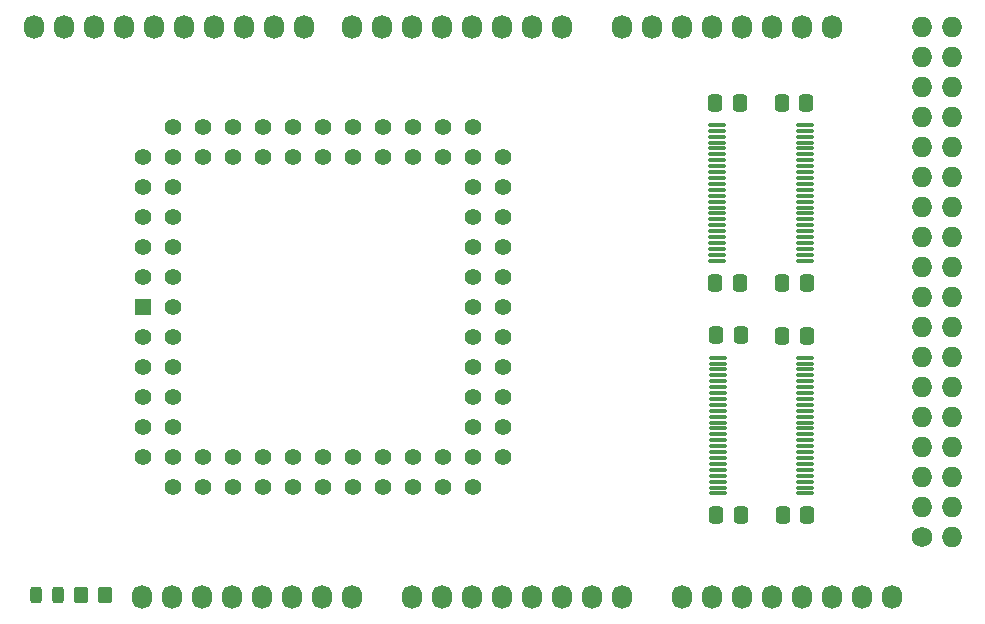
<source format=gts>
%TF.GenerationSoftware,KiCad,Pcbnew,6.0.9*%
%TF.CreationDate,2022-12-08T19:51:45-08:00*%
%TF.ProjectId,i960SxProcessorMegaShieldFormFactor,69393630-5378-4507-926f-636573736f72,rev?*%
%TF.SameCoordinates,Original*%
%TF.FileFunction,Soldermask,Top*%
%TF.FilePolarity,Negative*%
%FSLAX46Y46*%
G04 Gerber Fmt 4.6, Leading zero omitted, Abs format (unit mm)*
G04 Created by KiCad (PCBNEW 6.0.9) date 2022-12-08 19:51:45*
%MOMM*%
%LPD*%
G01*
G04 APERTURE LIST*
G04 Aperture macros list*
%AMRoundRect*
0 Rectangle with rounded corners*
0 $1 Rounding radius*
0 $2 $3 $4 $5 $6 $7 $8 $9 X,Y pos of 4 corners*
0 Add a 4 corners polygon primitive as box body*
4,1,4,$2,$3,$4,$5,$6,$7,$8,$9,$2,$3,0*
0 Add four circle primitives for the rounded corners*
1,1,$1+$1,$2,$3*
1,1,$1+$1,$4,$5*
1,1,$1+$1,$6,$7*
1,1,$1+$1,$8,$9*
0 Add four rect primitives between the rounded corners*
20,1,$1+$1,$2,$3,$4,$5,0*
20,1,$1+$1,$4,$5,$6,$7,0*
20,1,$1+$1,$6,$7,$8,$9,0*
20,1,$1+$1,$8,$9,$2,$3,0*%
G04 Aperture macros list end*
%ADD10C,1.727200*%
%ADD11O,1.727200X1.727200*%
%ADD12O,1.727200X2.032000*%
%ADD13RoundRect,0.243750X-0.243750X-0.456250X0.243750X-0.456250X0.243750X0.456250X-0.243750X0.456250X0*%
%ADD14RoundRect,0.250000X-0.350000X-0.450000X0.350000X-0.450000X0.350000X0.450000X-0.350000X0.450000X0*%
%ADD15RoundRect,0.250000X0.337500X0.475000X-0.337500X0.475000X-0.337500X-0.475000X0.337500X-0.475000X0*%
%ADD16R,1.422400X1.422400*%
%ADD17C,1.422400*%
%ADD18RoundRect,0.250000X-0.337500X-0.475000X0.337500X-0.475000X0.337500X0.475000X-0.337500X0.475000X0*%
%ADD19RoundRect,0.075000X0.662500X0.075000X-0.662500X0.075000X-0.662500X-0.075000X0.662500X-0.075000X0*%
G04 APERTURE END LIST*
D10*
X197358000Y-114046000D03*
D11*
X199898000Y-114046000D03*
X197358000Y-111506000D03*
X199898000Y-111506000D03*
X197358000Y-108966000D03*
X199898000Y-108966000D03*
X197358000Y-106426000D03*
X199898000Y-106426000D03*
X197358000Y-103886000D03*
X199898000Y-103886000D03*
X197358000Y-101346000D03*
X199898000Y-101346000D03*
X197358000Y-98806000D03*
X199898000Y-98806000D03*
X197358000Y-96266000D03*
X199898000Y-96266000D03*
X197358000Y-93726000D03*
X199898000Y-93726000D03*
X197358000Y-91186000D03*
X199898000Y-91186000D03*
X197358000Y-88646000D03*
X199898000Y-88646000D03*
X197358000Y-86106000D03*
X199898000Y-86106000D03*
X197358000Y-83566000D03*
X199898000Y-83566000D03*
X197358000Y-81026000D03*
X199898000Y-81026000D03*
X197358000Y-78486000D03*
X199898000Y-78486000D03*
X197358000Y-75946000D03*
X199898000Y-75946000D03*
X197358000Y-73406000D03*
X199898000Y-73406000D03*
X197358000Y-70866000D03*
X199898000Y-70866000D03*
D12*
X131318000Y-119126000D03*
X133858000Y-119126000D03*
X136398000Y-119126000D03*
X138938000Y-119126000D03*
X141478000Y-119126000D03*
X144018000Y-119126000D03*
X146558000Y-119126000D03*
X149098000Y-119126000D03*
X154178000Y-119126000D03*
X156718000Y-119126000D03*
X159258000Y-119126000D03*
X161798000Y-119126000D03*
X164338000Y-119126000D03*
X166878000Y-119126000D03*
X169418000Y-119126000D03*
X171958000Y-119126000D03*
X177038000Y-119126000D03*
X179578000Y-119126000D03*
X182118000Y-119126000D03*
X184658000Y-119126000D03*
X187198000Y-119126000D03*
X189738000Y-119126000D03*
X192278000Y-119126000D03*
X194818000Y-119126000D03*
X122174000Y-70866000D03*
X124714000Y-70866000D03*
X127254000Y-70866000D03*
X129794000Y-70866000D03*
X132334000Y-70866000D03*
X134874000Y-70866000D03*
X137414000Y-70866000D03*
X139954000Y-70866000D03*
X142494000Y-70866000D03*
X145034000Y-70866000D03*
X149098000Y-70866000D03*
X151638000Y-70866000D03*
X154178000Y-70866000D03*
X156718000Y-70866000D03*
X159258000Y-70866000D03*
X161798000Y-70866000D03*
X164338000Y-70866000D03*
X166878000Y-70866000D03*
X171958000Y-70866000D03*
X174498000Y-70866000D03*
X177038000Y-70866000D03*
X179578000Y-70866000D03*
X182118000Y-70866000D03*
X184658000Y-70866000D03*
X187198000Y-70866000D03*
X189738000Y-70866000D03*
D13*
X122351560Y-118976140D03*
X124226560Y-118976140D03*
D14*
X126220980Y-118963440D03*
X128220980Y-118963440D03*
D15*
X187621800Y-97016000D03*
X185546800Y-97016000D03*
D16*
X131470401Y-94589599D03*
D17*
X134010401Y-94589599D03*
X131470401Y-97129599D03*
X134010401Y-97129599D03*
X131470401Y-99669599D03*
X134010401Y-99669599D03*
X131470401Y-102209599D03*
X134010401Y-102209599D03*
X131470401Y-104749599D03*
X134010401Y-104749599D03*
X131470401Y-107289599D03*
X134010401Y-109829599D03*
X134010401Y-107289599D03*
X136550401Y-109829599D03*
X136550401Y-107289599D03*
X139090401Y-109829599D03*
X139090401Y-107289599D03*
X141630401Y-109829599D03*
X141630401Y-107289599D03*
X144170401Y-109829599D03*
X144170401Y-107289599D03*
X146710401Y-109829599D03*
X146710401Y-107289599D03*
X149250401Y-109829599D03*
X149250401Y-107289599D03*
X151790401Y-109829599D03*
X151790401Y-107289599D03*
X154330401Y-109829599D03*
X154330401Y-107289599D03*
X156870401Y-109829599D03*
X156870401Y-107289599D03*
X159410401Y-109829599D03*
X161950401Y-107289599D03*
X159410401Y-107289599D03*
X161950401Y-104749599D03*
X159410401Y-104749599D03*
X161950401Y-102209599D03*
X159410401Y-102209599D03*
X161950401Y-99669599D03*
X159410401Y-99669599D03*
X161950401Y-97129599D03*
X159410401Y-97129599D03*
X161950401Y-94589599D03*
X159410401Y-94589599D03*
X161950401Y-92049599D03*
X159410401Y-92049599D03*
X161950401Y-89509599D03*
X159410401Y-89509599D03*
X161950401Y-86969599D03*
X159410401Y-86969599D03*
X161950401Y-84429599D03*
X159410401Y-84429599D03*
X161950401Y-81889599D03*
X159410401Y-79349599D03*
X159410401Y-81889599D03*
X156870401Y-79349599D03*
X156870401Y-81889599D03*
X154330401Y-79349599D03*
X154330401Y-81889599D03*
X151790401Y-79349599D03*
X151790401Y-81889599D03*
X149250401Y-79349599D03*
X149250401Y-81889599D03*
X146710401Y-79349599D03*
X146710401Y-81889599D03*
X144170401Y-79349599D03*
X144170401Y-81889599D03*
X141630401Y-79349599D03*
X141630401Y-81889599D03*
X139090401Y-79349599D03*
X139090401Y-81889599D03*
X136550401Y-79349599D03*
X136550401Y-81889599D03*
X134010401Y-79349599D03*
X131470401Y-81889599D03*
X134010401Y-81889599D03*
X131470401Y-84429599D03*
X134010401Y-84429599D03*
X131470401Y-86969599D03*
X134010401Y-86969599D03*
X131470401Y-89509599D03*
X134010401Y-89509599D03*
X131470401Y-92049599D03*
X134010401Y-92049599D03*
D18*
X179861300Y-77266800D03*
X181936300Y-77266800D03*
D15*
X187672600Y-112154400D03*
X185597600Y-112154400D03*
X187625900Y-92506800D03*
X185550900Y-92506800D03*
X187575100Y-77317600D03*
X185500100Y-77317600D03*
D19*
X187506900Y-110347200D03*
X187506900Y-109847200D03*
X187506900Y-109347200D03*
X187506900Y-108847200D03*
X187506900Y-108347200D03*
X187506900Y-107847200D03*
X187506900Y-107347200D03*
X187506900Y-106847200D03*
X187506900Y-106347200D03*
X187506900Y-105847200D03*
X187506900Y-105347200D03*
X187506900Y-104847200D03*
X187506900Y-104347200D03*
X187506900Y-103847200D03*
X187506900Y-103347200D03*
X187506900Y-102847200D03*
X187506900Y-102347200D03*
X187506900Y-101847200D03*
X187506900Y-101347200D03*
X187506900Y-100847200D03*
X187506900Y-100347200D03*
X187506900Y-99847200D03*
X187506900Y-99347200D03*
X187506900Y-98847200D03*
X180081900Y-98847200D03*
X180081900Y-99347200D03*
X180081900Y-99847200D03*
X180081900Y-100347200D03*
X180081900Y-100847200D03*
X180081900Y-101347200D03*
X180081900Y-101847200D03*
X180081900Y-102347200D03*
X180081900Y-102847200D03*
X180081900Y-103347200D03*
X180081900Y-103847200D03*
X180081900Y-104347200D03*
X180081900Y-104847200D03*
X180081900Y-105347200D03*
X180081900Y-105847200D03*
X180081900Y-106347200D03*
X180081900Y-106847200D03*
X180081900Y-107347200D03*
X180081900Y-107847200D03*
X180081900Y-108347200D03*
X180081900Y-108847200D03*
X180081900Y-109347200D03*
X180081900Y-109847200D03*
X180081900Y-110347200D03*
D18*
X179958800Y-112154400D03*
X182033800Y-112154400D03*
X179861300Y-92506800D03*
X181936300Y-92506800D03*
D19*
X180031100Y-90636800D03*
X180031100Y-90136800D03*
X180031100Y-89636800D03*
X180031100Y-89136800D03*
X180031100Y-88636800D03*
X180031100Y-88136800D03*
X180031100Y-87636800D03*
X180031100Y-87136800D03*
X180031100Y-86636800D03*
X180031100Y-86136800D03*
X180031100Y-85636800D03*
X180031100Y-85136800D03*
X180031100Y-84636800D03*
X180031100Y-84136800D03*
X180031100Y-83636800D03*
X180031100Y-83136800D03*
X180031100Y-82636800D03*
X180031100Y-82136800D03*
X180031100Y-81636800D03*
X180031100Y-81136800D03*
X180031100Y-80636800D03*
X180031100Y-80136800D03*
X180031100Y-79636800D03*
X180031100Y-79136800D03*
X187456100Y-79136800D03*
X187456100Y-79636800D03*
X187456100Y-80136800D03*
X187456100Y-80636800D03*
X187456100Y-81136800D03*
X187456100Y-81636800D03*
X187456100Y-82136800D03*
X187456100Y-82636800D03*
X187456100Y-83136800D03*
X187456100Y-83636800D03*
X187456100Y-84136800D03*
X187456100Y-84636800D03*
X187456100Y-85136800D03*
X187456100Y-85636800D03*
X187456100Y-86136800D03*
X187456100Y-86636800D03*
X187456100Y-87136800D03*
X187456100Y-87636800D03*
X187456100Y-88136800D03*
X187456100Y-88636800D03*
X187456100Y-89136800D03*
X187456100Y-89636800D03*
X187456100Y-90136800D03*
X187456100Y-90636800D03*
D18*
X179958800Y-96965200D03*
X182033800Y-96965200D03*
M02*

</source>
